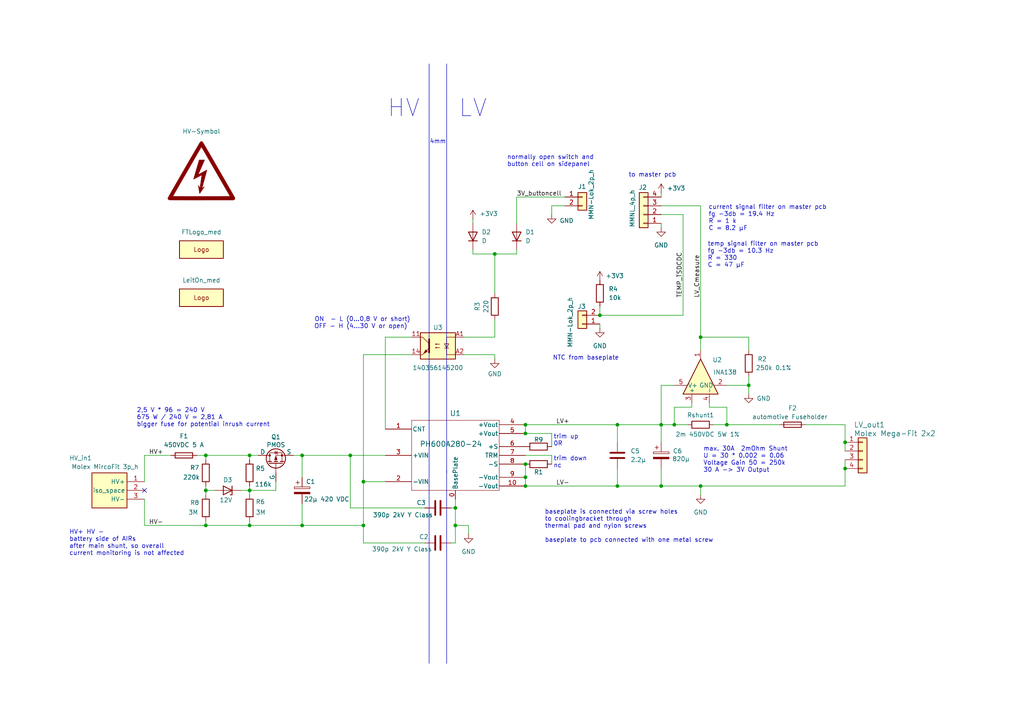
<source format=kicad_sch>
(kicad_sch (version 20231120) (generator "eeschema") (generator_version "8.0")
  (paper "A4")
  (title_block (title "TS-DCDC") (date "2024-12-12") (rev "0.5"))
  (lib_symbols
    (symbol "2024-11-18_21-41-11:PH600A280-24" (pin_names (offset 0.254))
      (property "Reference" "U1" (at 20.32 7.112 0))
      (property "Value" "PH600A280-24" (at 19.05 -1.778 0))
      (symbol "PH600A280-24_0_1"
        (polyline (pts (xy 7.62 -15.24) (xy 33.02 -15.24)) (stroke (width 0.127)))
        (polyline (pts (xy 7.62 5.08) (xy 7.62 -15.24)) (stroke (width 0.127)))
        (polyline (pts (xy 33.02 -15.24) (xy 33.02 5.08)) (stroke (width 0.127)))
        (polyline (pts (xy 33.02 5.08) (xy 7.62 5.08)) (stroke (width 0.127)))
      )
      (symbol "PH600A280-24_1_1"
        (pin passive line (at 20.32 -17.78 90) (length 2.54) (name "BasePlate") (number "0"))
        (pin input line (at 0 2.54 0) (length 7.62) (name "CNT") (number "1"))
        (pin power_out line (at 40.64 -13.97 180) (length 7.62) (name "-Vout") (number "10"))
        (pin power_in line (at 0 -12.7 0) (length 7.62) (name "-VIN") (number "2"))
        (pin power_in line (at 0 -5.08 0) (length 7.62) (name "+VIN") (number "3"))
        (pin power_out line (at 40.64 3.81 180) (length 7.62) (name "+Vout") (number "4"))
        (pin power_out line (at 40.64 1.27 180) (length 7.62) (name "+Vout") (number "5"))
        (pin input line (at 40.64 -2.54 180) (length 7.62) (name "+S") (number "6"))
        (pin input line (at 40.64 -5.08 180) (length 7.62) (name "TRM") (number "7"))
        (pin input line (at 40.64 -7.62 180) (length 7.62) (name "-S") (number "8"))
        (pin power_out line (at 40.64 -11.43 180) (length 7.62) (name "-Vout") (number "9"))
      )
    )
    (symbol "43650-0317:43650-0317"
      (property "Reference" "HV_in1" (at 10.16 -12.7 0))
      (property "Value" "43650-0317" (at 10.16 -10.16 0))
      (symbol "43650-0317_1_1"
        (rectangle (start 5.08 2.54) (end 15.24 -7.62) (stroke (width 0.254)) (fill (type background)))
        (pin power_out line (at 0 -5.08 0) (length 5.08) (name "HV+") (number "1"))
        (pin passive line (at 0 -2.54 0) (length 5.08) (name "iso_space") (number "2"))
        (pin power_out line (at 0 0 0) (length 5.08) (name "HV-") (number "3"))
      )
    )
    (symbol "Amplifier_Current:INA138" (pin_names (offset 0.127))
      (property "Reference" "U" (at 3.81 5.08 0))
      (property "Value" "INA138" (at 3.81 2.54 0))
      (symbol "INA138_0_1"
        (polyline (pts (xy -5.08 5.08) (xy 5.08 0) (xy -5.08 -5.08) (xy -5.08 5.08)) (stroke (width 0.254)) (fill (type background)))
      )
      (symbol "INA138_1_1"
        (pin output line (at 7.62 0 180) (length 2.54) (name "~") (number "1"))
        (pin power_in line (at -2.54 -7.62 90) (length 3.81) (name "GND") (number "2"))
        (pin input line (at -7.62 2.54 0) (length 2.54) (name "+") (number "3"))
        (pin input line (at -7.62 -2.54 0) (length 2.54) (name "-") (number "4"))
        (pin power_in line (at -2.54 7.62 270) (length 3.81) (name "V+") (number "5"))
      )
    )
    (symbol "Connector_Generic:Conn_01x02" (pin_names (offset 1.016) hide)
      (property "Reference" "J" (at 0 2.54 0))
      (property "Value" "Conn_01x02" (at 0 -5.08 0))
      (symbol "Conn_01x02_1_1"
        (rectangle (start -1.27 -2.413) (end 0 -2.667) (stroke (width 0.1524)))
        (rectangle (start -1.27 0.127) (end 0 -0.127) (stroke (width 0.1524)))
        (rectangle (start -1.27 1.27) (end 1.27 -3.81) (stroke (width 0.254)) (fill (type background)))
        (pin passive line (at -5.08 0 0) (length 3.81) (name "Pin_1") (number "1"))
        (pin passive line (at -5.08 -2.54 0) (length 3.81) (name "Pin_2") (number "2"))
      )
    )
    (symbol "Connector_Generic:Conn_01x04" (pin_names (offset 1.016) hide)
      (property "Reference" "J" (at 0 5.08 0))
      (property "Value" "Conn_01x04" (at 0 -7.62 0))
      (symbol "Conn_01x04_1_1"
        (rectangle (start -1.27 -4.953) (end 0 -5.207) (stroke (width 0.1524)))
        (rectangle (start -1.27 -2.413) (end 0 -2.667) (stroke (width 0.1524)))
        (rectangle (start -1.27 0.127) (end 0 -0.127) (stroke (width 0.1524)))
        (rectangle (start -1.27 2.667) (end 0 2.413) (stroke (width 0.1524)))
        (rectangle (start -1.27 3.81) (end 1.27 -6.35) (stroke (width 0.254)) (fill (type background)))
        (pin passive line (at -5.08 2.54 0) (length 3.81) (name "Pin_1") (number "1"))
        (pin passive line (at -5.08 0 0) (length 3.81) (name "Pin_2") (number "2"))
        (pin passive line (at -5.08 -2.54 0) (length 3.81) (name "Pin_3") (number "3"))
        (pin passive line (at -5.08 -5.08 0) (length 3.81) (name "Pin_4") (number "4"))
      )
    )
    (symbol "Device:C" (pin_numbers hide) (pin_names (offset 0.254))
      (property "Reference" "C" (at 0.635 2.54 0))
      (property "Value" "C" (at 0.635 -2.54 0))
      (symbol "C_0_1"
        (polyline (pts (xy -2.032 -0.762) (xy 2.032 -0.762)) (stroke (width 0.508)))
        (polyline (pts (xy -2.032 0.762) (xy 2.032 0.762)) (stroke (width 0.508)))
      )
      (symbol "C_1_1"
        (pin passive line (at 0 3.81 270) (length 2.794) (name "~") (number "1"))
        (pin passive line (at 0 -3.81 90) (length 2.794) (name "~") (number "2"))
      )
    )
    (symbol "Device:C_Polarized" (pin_numbers hide) (pin_names (offset 0.254))
      (property "Reference" "C" (at 0.635 2.54 0))
      (property "Value" "C_Polarized" (at 0.635 -2.54 0))
      (symbol "C_Polarized_0_1"
        (rectangle (start -2.286 0.508) (end 2.286 1.016))
        (polyline (pts (xy -1.778 2.286) (xy -0.762 2.286)))
        (polyline (pts (xy -1.27 2.794) (xy -1.27 1.778)))
        (rectangle (start 2.286 -0.508) (end -2.286 -1.016) (fill (type outline)))
      )
      (symbol "C_Polarized_1_1"
        (pin passive line (at 0 3.81 270) (length 2.794) (name "~") (number "1"))
        (pin passive line (at 0 -3.81 90) (length 2.794) (name "~") (number "2"))
      )
    )
    (symbol "Device:D" (pin_numbers hide) (pin_names (offset 1.016) hide)
      (property "Reference" "D" (at 0 2.54 0))
      (property "Value" "D" (at 0 -2.54 0))
      (symbol "D_0_1"
        (polyline (pts (xy -1.27 1.27) (xy -1.27 -1.27)) (stroke (width 0.254)))
        (polyline (pts (xy 1.27 0) (xy -1.27 0)))
        (polyline (pts (xy 1.27 1.27) (xy 1.27 -1.27) (xy -1.27 0) (xy 1.27 1.27)) (stroke (width 0.254)))
      )
      (symbol "D_1_1"
        (pin passive line (at -3.81 0 0) (length 2.54) (name "K") (number "1"))
        (pin passive line (at 3.81 0 180) (length 2.54) (name "A") (number "2"))
      )
    )
    (symbol "Device:D_Zener" (pin_numbers hide) (pin_names (offset 1.016) hide)
      (property "Reference" "D" (at 0 2.54 0))
      (property "Value" "D_Zener" (at 0 -2.54 0))
      (symbol "D_Zener_0_1"
        (polyline (pts (xy 1.27 0) (xy -1.27 0)))
        (polyline (pts (xy -1.27 -1.27) (xy -1.27 1.27) (xy -0.762 1.27)) (stroke (width 0.254)))
        (polyline (pts (xy 1.27 -1.27) (xy 1.27 1.27) (xy -1.27 0) (xy 1.27 -1.27)) (stroke (width 0.254)))
      )
      (symbol "D_Zener_1_1"
        (pin passive line (at -3.81 0 0) (length 2.54) (name "K") (number "1"))
        (pin passive line (at 3.81 0 180) (length 2.54) (name "A") (number "2"))
      )
    )
    (symbol "Device:Fuse" (pin_numbers hide) (pin_names (offset 0))
      (property "Reference" "F" (at 2.032 0 90))
      (property "Value" "Fuse" (at -1.905 0 90))
      (symbol "Fuse_0_1"
        (rectangle (start -0.762 -2.54) (end 0.762 2.54) (stroke (width 0.254)))
        (polyline (pts (xy 0 2.54) (xy 0 -2.54)))
      )
      (symbol "Fuse_1_1"
        (pin passive line (at 0 3.81 270) (length 1.27) (name "~") (number "1"))
        (pin passive line (at 0 -3.81 90) (length 1.27) (name "~") (number "2"))
      )
    )
    (symbol "Device:R" (pin_numbers hide) (pin_names (offset 0))
      (property "Reference" "R" (at 2.032 0 90))
      (property "Value" "R" (at 0 0 90))
      (symbol "R_0_1"
        (rectangle (start -1.016 -2.54) (end 1.016 2.54) (stroke (width 0.254)))
      )
      (symbol "R_1_1"
        (pin passive line (at 0 3.81 270) (length 1.27) (name "~") (number "1"))
        (pin passive line (at 0 -3.81 90) (length 1.27) (name "~") (number "2"))
      )
    )
    (symbol "FaSTTUBe_logos:FTLogo_med"
      (property "Value" "FTLogo_med" (at 0 -3.81 0))
      (symbol "FTLogo_med_0_0"
        (text "Logo" (at 0 0 0) (effects (font (size 1.27 1.27))))
      )
      (symbol "FTLogo_med_0_1"
        (rectangle (start -6.35 2.54) (end 6.35 -2.54) (stroke (width 0.254)) (fill (type background)))
      )
    )
    (symbol "FaSTTUBe_logos:HV-Symbol" (pin_names (offset 1.016))
      (property "Value" "HV-Symbol" (at 0 -10.16 0))
      (symbol "HV-Symbol_0_0"
        (polyline (pts (xy -0.4892 -6.6071) (xy -0.4759 -6.591) (xy -0.4273 -6.5255) (xy -0.3518 -6.4196) (xy -0.2542 -6.2805) (xy -0.1394 -6.1154) (xy -0.0124 -5.9317) (xy 0.1219 -5.7364) (xy 0.2585 -5.5367) (xy 0.3925 -5.34) (xy 0.5191 -5.1533) (xy 0.6332 -4.984) (xy 0.73 -4.8391) (xy 0.8045 -4.726) (xy 0.8518 -4.6518) (xy 0.8669 -4.6238) (xy 0.8391 -4.6326) (xy 0.7671 -4.6703) (xy 0.6626 -4.7309) (xy 0.537 -4.8081) (xy 0.4195 -4.881) (xy 0.3146 -4.9437) (xy 0.2421 -4.9843) (xy 0.2131 -4.9963) (xy 0.2151 -4.9851) (xy 0.2315 -4.9189) (xy 0.2631 -4.7973) (xy 0.3086 -4.6249) (xy 0.3669 -4.4065) (xy 0.4366 -4.1466) (xy 0.5165 -3.8499) (xy 0.6054 -3.521) (xy 0.702 -3.1645) (xy 0.8051 -2.7851) (xy 0.9135 -2.3873) (xy 0.9755 -2.1599) (xy 1.0812 -1.7709) (xy 1.1809 -1.4024) (xy 1.2735 -1.059) (xy 1.3576 -0.7454) (xy 1.432 -0.4663) (xy 1.4955 -0.2264) (xy 1.5468 -0.0304) (xy 1.5847 0.1171) (xy 1.6079 0.2112) (xy 1.6151 0.2474) (xy 1.6 0.2451) (xy 1.5342 0.2168) (xy 1.4215 0.1619) (xy 1.2678 0.0834) (xy 1.0788 -0.0157) (xy 0.8602 -0.1324) (xy 0.6178 -0.2637) (xy 0.3573 -0.4066) (xy 0.1726 -0.5084) (xy -0.0763 -0.6449) (xy -0.3032 -0.7687) (xy -0.5023 -0.8766) (xy -0.6678 -0.9654) (xy -0.7938 -1.0321) (xy -0.8747 -1.0735) (xy -0.9046 -1.0865) (xy -0.8996 -1.0709) (xy -0.8714 -1.0014) (xy -0.8205 -0.8806) (xy -0.7488 -0.7135) (xy -0.6586 -0.5046) (xy -0.5517 -0.2589) (xy -0.4304 0.0188) (xy -0.2967 0.3239) (xy -0.1526 0.6514) (xy -0.0003 0.9967) (xy 0.1049 1.235) (xy 0.253 1.5703) (xy 0.3921 1.8852) (xy 0.52 2.175) (xy 0.6346 2.4347) (xy 0.7337 2.6594) (xy 0.8152 2.8442) (xy 0.8769 2.9843) (xy 0.9167 3.0747) (xy 0.9323 3.1106) (xy 0.9309 3.1196) (xy 0.9051 3.1304) (xy 0.8453 3.1382) (xy 0.7454 3.1431) (xy 0.599 3.1453) (xy 0.4001 3.1453) (xy 0.1424 3.1431) (xy -0.6646 3.1344) (xy -1.4846 0.343) (xy -1.6044 -0.0656) (xy -1.7195 -0.4592) (xy -1.8277 -0.8304) (xy -1.9277 -1.1747) (xy -2.0183 -1.4878) (xy -2.0981 -1.7651) (xy -2.166 -2.0023) (xy -2.2206 -2.195) (xy -2.2606 -2.3386) (xy -2.2848 -2.4288) (xy -2.2919 -2.4611) (xy -2.286 -2.4597) (xy -2.2336 -2.4367) (xy -2.1322 -2.388) (xy -1.988 -2.3167) (xy -1.807 -2.2259) (xy -1.5954 -2.1186) (xy -1.3593 -1.998) (xy -1.1049 -1.867) (xy -0.9986 -1.8122) (xy -0.7512 -1.6851) (xy -0.5248 -1.5695) (xy -0.3256 -1.4685) (xy -0.1595 -1.3851) (xy -0.0328 -1.3225) (xy 0.0485 -1.2837) (xy 0.0782 -1.2717) (xy 0.0786 -1.2748) (xy 0.0749 -1.3248) (xy 0.063 -1.4299) (xy 0.0441 -1.5831) (xy 0.0189 -1.7774) (xy -0.0114 -2.0057) (xy -0.0458 -2.261) (xy -0.0835 -2.5363) (xy -0.1233 -2.8245) (xy -0.1644 -3.1186) (xy -0.2057 -3.4116) (xy -0.2463 -3.6965) (xy -0.2851 -3.9662) (xy -0.3212 -4.2137) (xy -0.3535 -4.432) (xy -0.3812 -4.614) (xy -0.4032 -4.7527) (xy -0.4186 -4.8411) (xy -0.4263 -4.8721) (xy -0.4486 -4.8511) (xy -0.4999 -4.7857) (xy -0.5714 -4.6867) (xy -0.6549 -4.5646) (xy -0.7311 -4.4535) (xy -0.805 -4.3514) (xy -0.8599 -4.282) (xy -0.8876 -4.2561) (xy -0.9014 -4.2806) (xy -0.8968 -4.3443) (xy -0.8924 -4.369) (xy -0.8778 -4.4566) (xy -0.8553 -4.5949) (xy -0.8262 -4.7758) (xy -0.792 -4.9906) (xy -0.7538 -5.2313) (xy -0.7132 -5.4892) (xy -0.6874 -5.6524) (xy -0.6486 -5.8965) (xy -0.6132 -6.1162) (xy -0.5826 -6.3034) (xy -0.558 -6.4502) (xy -0.5409 -6.5487) (xy -0.5324 -6.5909) (xy -0.521 -6.6112) (xy -0.4892 -6.6071)) (stroke (width 0.01)) (fill (type outline)))
        (polyline (pts (xy -0.7512 -8.4995) (xy 0.0488 -8.4991) (xy 9.3708 -8.4937) (xy 9.4936 -8.4173) (xy 9.5205 -8.3994) (xy 9.6443 -8.2757) (xy 9.7185 -8.1228) (xy 9.7386 -7.9548) (xy 9.6999 -7.7862) (xy 9.6933 -7.7735) (xy 9.6567 -7.7077) (xy 9.5896 -7.5892) (xy 9.4933 -7.4203) (xy 9.3691 -7.2031) (xy 9.2184 -6.9399) (xy 9.0425 -6.6332) (xy 8.8426 -6.285) (xy 8.6201 -5.8977) (xy 8.3763 -5.4736) (xy 8.1124 -5.015) (xy 7.8299 -4.524) (xy 7.53 -4.0031) (xy 7.2139 -3.4544) (xy 6.8831 -2.8803) (xy 6.5389 -2.283) (xy 6.1825 -1.6649) (xy 5.8152 -1.028) (xy 5.4384 -0.3749) (xy 5.0534 0.2924) (xy 4.7596 0.8012) (xy 4.2896 1.615) (xy 3.843 2.3874) (xy 3.4206 3.1175) (xy 3.0228 3.8044) (xy 2.6502 4.447) (xy 2.3033 5.0445) (xy 1.9827 5.5959) (xy 1.6889 6.1003) (xy 1.4225 6.5568) (xy 1.184 6.9643) (xy 0.9739 7.3221) (xy 0.7929 7.6291) (xy 0.6414 7.8844) (xy 0.52 8.0871) (xy 0.4293 8.2362) (xy 0.3697 8.3308) (xy 0.3419 8.37) (xy 0.2962 8.4088) (xy 0.1437 8.4869) (xy -0.0205 8.5068) (xy -0.1836 8.4683) (xy -0.3328 8.3714) (xy -0.3337 8.3705) (xy -0.3625 8.329) (xy -0.4218 8.2342) (xy -0.5102 8.0888) (xy -0.626 7.8955) (xy -0.7675 7.657) (xy -0.9334 7.3761) (xy -1.1219 7.0555) (xy -1.3314 6.698) (xy -1.5605 6.3063) (xy -1.8075 5.8832) (xy -2.0709 5.4313) (xy -2.349 4.9534) (xy -2.6402 4.4523) (xy -2.9431 3.9307) (xy -3.256 3.3913) (xy -3.5774 2.8369) (xy -3.9055 2.2702) (xy -4.239 1.6939) (xy -4.5762 1.1108) (xy -4.9154 0.5236) (xy -5.2553 -0.0649) (xy -5.594 -0.6521) (xy -5.9301 -1.2351) (xy -6.2621 -1.8112) (xy -6.5882 -2.3777) (xy -6.9069 -2.9319) (xy -7.2167 -3.471) (xy -7.516 -3.9923) (xy -7.8032 -4.493) (xy -8.0766 -4.9704) (xy -8.3348 -5.4218) (xy -8.5761 -5.8444) (xy -8.799 -6.2355) (xy -9.0019 -6.5924) (xy -9.1832 -6.9122) (xy -9.3412 -7.1924) (xy -9.4624 -7.4082) (xy -8.2772 -7.4082) (xy -8.2597 -7.3762) (xy -8.2115 -7.291) (xy -8.1342 -7.1555) (xy -8.0294 -6.9726) (xy -7.8989 -6.7452) (xy -7.7442 -6.4761) (xy -7.5671 -6.1683) (xy -7.3692 -5.8245) (xy -7.1521 -5.4478) (xy -6.9176 -5.041) (xy -6.6673 -4.6069) (xy -6.4029 -4.1484) (xy -6.1259 -3.6685) (xy -5.8382 -3.1699) (xy -5.5414 -2.6556) (xy -5.237 -2.1285) (xy -4.9268 -1.5914) (xy -4.6125 -1.0472) (xy -4.2957 -0.4988) (xy -3.9781 0.0509) (xy -3.6613 0.599) (xy -3.347 1.1428) (xy -3.0369 1.6792) (xy -2.7327 2.2054) (xy -2.4359 2.7185) (xy -2.1483 3.2157) (xy -1.8715 3.6941) (xy -1.6072 4.1507) (xy -1.357 4.5828) (xy -1.1227 4.9874) (xy -0.9058 5.3616) (xy -0.7081 5.7026) (xy -0.5312 6.0075) (xy -0.3768 6.2734) (xy -0.2465 6.4974) (xy -0.142 6.6766) (xy -0.065 6.8083) (xy -0.0171 6.8894) (xy 0 6.9171) (xy 0.0002 6.917) (xy 0.0191 6.8867) (xy 0.0688 6.803) (xy 0.1474 6.669) (xy 0.2535 6.4875) (xy 0.3853 6.2614) (xy 0.5411 5.9935) (xy 0.7192 5.6868) (xy 0.9181 5.3441) (xy 1.1361 4.9683) (xy 1.3714 4.5623) (xy 1.6225 4.129) (xy 1.8876 3.6712) (xy 2.1651 3.1917) (xy 2.4534 2.6936) (xy 2.7507 2.1797) (xy 3.0554 1.6528) (xy 3.3659 1.1159) (xy 3.6804 0.5717) (xy 3.9974 0.0233) (xy 4.3151 -0.5266) (xy 4.632 -1.0751) (xy 4.9462 -1.6192) (xy 5.2562 -2.1561) (xy 5.5603 -2.6829) (xy 5.8568 -3.1968) (xy 6.1442 -3.6948) (xy 6.4206 -4.1741) (xy 6.6844 -4.6318) (xy 6.9341 -5.065) (xy 7.1679 -5.4708) (xy 7.3841 -5.8465) (xy 7.5811 -6.189) (xy 7.7572 -6.4955) (xy 7.9109 -6.7631) (xy 8.0403 -6.989) (xy 8.1438 -7.1703) (xy 8.2198 -7.304) (xy 8.2667 -7.3874) (xy 8.2827 -7.4175) (xy 8.2727 -7.4185) (xy 8.2056 -7.4203) (xy 8.0779 -7.422) (xy 7.8921 -7.4237) (xy 7.6511 -7.4253) (xy 7.3575 -7.4269) (xy 7.0141 -7.4284) (xy 6.6236 -7.4298) (xy 6.1887 -7.4311) (xy 5.7121 -7.4324) (xy 5.1966 -7.4335) (xy 4.6448 -7.4345) (xy 4.0596 -7.4354) (xy 3.4436 -7.4362) (xy 2.7996 -7.4369) (xy 2.1302 -7.4374) (xy 1.4382 -7.4378) (xy 0.7264 -7.438) (xy -0.0027 -7.4381) (xy -0.309 -7.4381) (xy -1.147 -7.4379) (xy -1.9474 -7.4374) (xy -2.7085 -7.4368) (xy -3.4285 -7.4359) (xy -4.1058 -7.4349) (xy -4.7386 -7.4336) (xy -5.3253 -7.4322) (xy -5.8641 -7.4305) (xy -6.3533 -7.4287) (xy -6.7913 -7.4267) (xy -7.1762 -7.4245) (xy -7.5064 -7.4222) (xy -7.7802 -7.4197) (xy -7.9959 -7.417) (xy -8.1518 -7.4142) (xy -8.2461 -7.4113) (xy -8.2772 -7.4082) (xy -9.4624 -7.4082) (xy -9.4746 -7.43) (xy -9.5816 -7.6225) (xy -9.6606 -7.7671) (xy -9.7102 -7.8609) (xy -9.7287 -7.9014) (xy -9.7289 -7.9026) (xy -9.7335 -8.0172) (xy -9.7143 -8.1285) (xy -9.6792 -8.2033) (xy -9.5907 -8.3193) (xy -9.4796 -8.4176) (xy -9.3676 -8.4762) (xy -9.3591 -8.4772) (xy -9.2932 -8.4796) (xy -9.1659 -8.4819) (xy -8.9795 -8.484) (xy -8.7364 -8.4861) (xy -8.4391 -8.488) (xy -8.09 -8.4898) (xy -7.6916 -8.4915) (xy -7.2463 -8.493) (xy -6.7565 -8.4944) (xy -6.2247 -8.4957) (xy -5.6534 -8.4968) (xy -5.045 -8.4977) (xy -4.4018 -8.4984) (xy -3.7264 -8.499) (xy -3.0212 -8.4994) (xy -2.2887 -8.4997) (xy -1.5312 -8.4997) (xy -0.7512 -8.4995)) (stroke (width 0.01)) (fill (type outline)))
      )
    )
    (symbol "FaSTTUBe_logos:LeitOn_med"
      (property "Value" "LeitOn_med" (at 0 -3.81 0))
      (symbol "LeitOn_med_0_0"
        (text "Logo" (at 0 0 0) (effects (font (size 1.27 1.27))))
      )
      (symbol "LeitOn_med_0_1"
        (rectangle (start -6.35 2.54) (end 6.35 -2.54) (stroke (width 0.254)) (fill (type background)))
      )
    )
    (symbol "Relay_SolidState:34.81-7048"
      (property "Reference" "U" (at -5.08 5.08 0))
      (property "Value" "34.81-7048" (at 0 5.08 0))
      (symbol "34.81-7048_0_1"
        (rectangle (start -5.08 3.81) (end 5.08 -3.81) (stroke (width 0.254)) (fill (type background)))
        (polyline (pts (xy -3.175 -0.635) (xy -1.905 -0.635)))
        (polyline (pts (xy 2.54 1.905) (xy 2.54 -1.905) (xy 2.54 -1.905)) (stroke (width 0.508)))
        (polyline (pts (xy -5.08 2.54) (xy -2.54 2.54) (xy -2.54 -2.54) (xy -5.08 -2.54)))
        (polyline (pts (xy -2.54 -0.635) (xy -3.175 0.635) (xy -1.905 0.635) (xy -2.54 -0.635)))
        (polyline (pts (xy -0.508 -0.508) (xy 0.762 -0.508) (xy 0.381 -0.635) (xy 0.381 -0.381) (xy 0.762 -0.508)))
        (polyline (pts (xy -0.508 0.508) (xy 0.762 0.508) (xy 0.381 0.381) (xy 0.381 0.635) (xy 0.762 0.508)))
        (polyline (pts (xy 3.048 -1.651) (xy 3.556 -1.143) (xy 4.064 -2.159) (xy 3.048 -1.651) (xy 3.048 -1.651)) (fill (type outline)))
        (polyline (pts (xy 5.08 2.54) (xy 4.445 2.54) (xy 2.54 0.635) (xy 2.54 -0.635) (xy 4.445 -2.54) (xy 5.08 -2.54)))
      )
      (symbol "34.81-7048_1_1"
        (pin passive line (at 7.62 2.54 180) (length 2.54) (name "~") (number "11"))
        (pin passive line (at 7.62 -2.54 180) (length 2.54) (name "~") (number "14"))
        (pin passive line (at -7.62 2.54 0) (length 2.54) (name "~") (number "A1"))
        (pin passive line (at -7.62 -2.54 0) (length 2.54) (name "~") (number "A2"))
      )
    )
    (symbol "Simulation_SPICE:PMOS" (pin_numbers hide) (pin_names (offset 0))
      (property "Reference" "Q" (at 5.08 1.27 0))
      (property "Value" "PMOS" (at 5.08 -1.27 0))
      (symbol "PMOS_0_1"
        (polyline (pts (xy 0.254 0) (xy -2.54 0)))
        (polyline (pts (xy 0.254 1.905) (xy 0.254 -1.905)) (stroke (width 0.254)))
        (polyline (pts (xy 0.762 -1.27) (xy 0.762 -2.286)) (stroke (width 0.254)))
        (polyline (pts (xy 0.762 0.508) (xy 0.762 -0.508)) (stroke (width 0.254)))
        (polyline (pts (xy 0.762 2.286) (xy 0.762 1.27)) (stroke (width 0.254)))
        (polyline (pts (xy 2.54 2.54) (xy 2.54 1.778)))
        (polyline (pts (xy 2.54 -2.54) (xy 2.54 0) (xy 0.762 0)))
        (polyline (pts (xy 0.762 1.778) (xy 3.302 1.778) (xy 3.302 -1.778) (xy 0.762 -1.778)))
        (polyline (pts (xy 2.286 0) (xy 1.27 0.381) (xy 1.27 -0.381) (xy 2.286 0)) (fill (type outline)))
        (polyline (pts (xy 2.794 -0.508) (xy 2.921 -0.381) (xy 3.683 -0.381) (xy 3.81 -0.254)))
        (polyline (pts (xy 3.302 -0.381) (xy 2.921 0.254) (xy 3.683 0.254) (xy 3.302 -0.381)))
        (circle (center 1.651 0) (radius 2.794) (stroke (width 0.254)))
        (circle (center 2.54 -1.778) (radius 0.254) (fill (type outline)))
        (circle (center 2.54 1.778) (radius 0.254) (fill (type outline)))
      )
      (symbol "PMOS_1_1"
        (pin passive line (at 2.54 5.08 270) (length 2.54) (name "D") (number "1"))
        (pin input line (at -5.08 0 0) (length 2.54) (name "G") (number "2"))
        (pin passive line (at 2.54 -5.08 90) (length 2.54) (name "S") (number "3"))
      )
    )
    (symbol "power:+3V3" (power) (pin_numbers hide) (pin_names (offset 0) hide)
      (property "Value" "+3V3" (at 0 3.556 0))
      (symbol "+3V3_0_1"
        (polyline (pts (xy -0.762 1.27) (xy 0 2.54)))
        (polyline (pts (xy 0 0) (xy 0 2.54)))
        (polyline (pts (xy 0 2.54) (xy 0.762 1.27)))
      )
      (symbol "+3V3_1_1"
        (pin power_in line (at 0 0 90) (length 0) (name "~") (number "1"))
      )
    )
    (symbol "power:GND" (power) (pin_numbers hide) (pin_names (offset 0) hide)
      (property "Value" "GND" (at 0 -3.81 0))
      (symbol "GND_0_1"
        (polyline (pts (xy 0 0) (xy 0 -1.27) (xy 1.27 -1.27) (xy 0 -2.54) (xy -1.27 -1.27) (xy 0 -1.27)))
      )
      (symbol "GND_1_1"
        (pin power_in line (at 0 0 270) (length 0) (name "~") (number "1"))
      )
    )
  )
  (junction (at 203.2 140.97))
  (junction (at 179.07 140.97))
  (junction (at 191.77 140.97))
  (junction (at 87.63 152.4))
  (junction (at 152.4 134.62))
  (junction (at 179.07 123.19))
  (junction (at 152.4 125.73))
  (junction (at 203.2 97.79))
  (junction (at 152.4 138.43))
  (junction (at 105.41 152.4))
  (junction (at 173.99 91.44))
  (junction (at 152.4 123.19))
  (junction (at 72.39 142.24))
  (junction (at 132.08 152.4))
  (junction (at 152.4 140.97))
  (junction (at 72.39 132.08))
  (junction (at 195.58 123.19))
  (junction (at 191.77 123.19))
  (junction (at 59.69 132.08))
  (junction (at 245.11 135.89))
  (junction (at 72.39 152.4))
  (junction (at 143.51 73.66))
  (junction (at 59.69 152.4))
  (junction (at 210.82 123.19))
  (junction (at 245.11 128.27))
  (junction (at 59.69 142.24))
  (junction (at 132.08 147.32))
  (junction (at 101.6 132.08))
  (junction (at 105.41 139.7))
  (junction (at 217.17 111.76))
  (junction (at 87.63 132.08))
  (no_connect (at 41.91 142.24))
  (wire (pts (xy 203.2 140.97) (xy 203.2 143.51)))
  (wire (pts (xy 132.08 152.4) (xy 132.08 157.48)))
  (wire (pts (xy 160.02 125.73) (xy 152.4 125.73)))
  (wire (pts (xy 105.41 102.87) (xy 119.38 102.87)))
  (wire (pts (xy 149.86 57.15) (xy 149.86 64.77)))
  (wire (pts (xy 203.2 59.69) (xy 191.77 59.69)))
  (wire (pts (xy 111.76 97.79) (xy 111.76 124.46)))
  (wire (pts (xy 69.85 142.24) (xy 72.39 142.24)))
  (wire (pts (xy 160.02 59.69) (xy 160.02 62.23)))
  (wire (pts (xy 191.77 123.19) (xy 195.58 123.19)))
  (wire (pts (xy 135.89 152.4) (xy 132.08 152.4)))
  (wire (pts (xy 72.39 132.08) (xy 74.93 132.08)))
  (wire (pts (xy 191.77 111.76) (xy 195.58 111.76)))
  (wire (pts (xy 72.39 133.35) (xy 72.39 132.08)))
  (wire (pts (xy 137.16 73.66) (xy 137.16 72.39)))
  (wire (pts (xy 149.86 57.15) (xy 163.83 57.15)))
  (wire (pts (xy 132.08 157.48) (xy 130.81 157.48)))
  (wire (pts (xy 134.62 97.79) (xy 143.51 97.79)))
  (wire (pts (xy 105.41 139.7) (xy 105.41 152.4)))
  (wire (pts (xy 59.69 132.08) (xy 72.39 132.08)))
  (wire (pts (xy 57.15 132.08) (xy 59.69 132.08)))
  (wire (pts (xy 195.58 123.19) (xy 199.39 123.19)))
  (wire (pts (xy 191.77 111.76) (xy 191.77 123.19)))
  (wire (pts (xy 200.66 116.84) (xy 200.66 118.11)))
  (wire (pts (xy 200.66 118.11) (xy 195.58 118.11)))
  (wire (pts (xy 137.16 63.5) (xy 137.16 64.77)))
  (wire (pts (xy 233.68 123.19) (xy 245.11 123.19)))
  (wire (pts (xy 217.17 111.76) (xy 217.17 114.3)))
  (polyline (pts (xy 124.46 18.542) (xy 124.46 192.405)))
  (wire (pts (xy 80.01 139.7) (xy 80.01 142.24)))
  (wire (pts (xy 160.02 132.08) (xy 160.02 134.62)))
  (wire (pts (xy 191.77 66.04) (xy 191.77 64.77)))
  (wire (pts (xy 152.4 138.43) (xy 152.4 134.62)))
  (wire (pts (xy 111.76 97.79) (xy 119.38 97.79)))
  (wire (pts (xy 132.08 147.32) (xy 132.08 152.4)))
  (wire (pts (xy 203.2 59.69) (xy 203.2 97.79)))
  (wire (pts (xy 173.99 88.9) (xy 173.99 91.44)))
  (wire (pts (xy 210.82 118.11) (xy 210.82 123.19)))
  (wire (pts (xy 245.11 128.27) (xy 245.11 130.81)))
  (wire (pts (xy 173.99 91.44) (xy 198.12 91.44)))
  (wire (pts (xy 85.09 132.08) (xy 87.63 132.08)))
  (wire (pts (xy 105.41 139.7) (xy 111.76 139.7)))
  (wire (pts (xy 105.41 152.4) (xy 105.41 157.48)))
  (wire (pts (xy 179.07 140.97) (xy 191.77 140.97)))
  (wire (pts (xy 203.2 140.97) (xy 245.11 140.97)))
  (wire (pts (xy 72.39 142.24) (xy 72.39 143.51)))
  (wire (pts (xy 72.39 152.4) (xy 87.63 152.4)))
  (wire (pts (xy 143.51 73.66) (xy 149.86 73.66)))
  (wire (pts (xy 179.07 123.19) (xy 179.07 128.27)))
  (wire (pts (xy 210.82 111.76) (xy 217.17 111.76)))
  (wire (pts (xy 179.07 135.89) (xy 179.07 140.97)))
  (wire (pts (xy 191.77 135.89) (xy 191.77 140.97)))
  (wire (pts (xy 210.82 118.11) (xy 205.74 118.11)))
  (wire (pts (xy 134.62 102.87) (xy 143.51 102.87)))
  (wire (pts (xy 62.23 142.24) (xy 59.69 142.24)))
  (wire (pts (xy 87.63 152.4) (xy 105.41 152.4)))
  (wire (pts (xy 87.63 132.08) (xy 101.6 132.08)))
  (wire (pts (xy 132.08 144.78) (xy 132.08 147.32)))
  (wire (pts (xy 72.39 151.13) (xy 72.39 152.4)))
  (polyline (pts (xy 129.54 136.525) (xy 129.54 192.405)))
  (wire (pts (xy 152.4 123.19) (xy 152.4 125.73)))
  (wire (pts (xy 87.63 132.08) (xy 87.63 138.43)))
  (wire (pts (xy 191.77 57.15) (xy 191.77 55.88)))
  (wire (pts (xy 152.4 140.97) (xy 179.07 140.97)))
  (wire (pts (xy 195.58 118.11) (xy 195.58 123.19)))
  (wire (pts (xy 101.6 132.08) (xy 111.76 132.08)))
  (wire (pts (xy 105.41 102.87) (xy 105.41 139.7)))
  (wire (pts (xy 143.51 73.66) (xy 143.51 85.09)))
  (wire (pts (xy 163.83 59.69) (xy 160.02 59.69)))
  (wire (pts (xy 152.4 132.08) (xy 160.02 132.08)))
  (wire (pts (xy 80.01 142.24) (xy 72.39 142.24)))
  (wire (pts (xy 191.77 140.97) (xy 203.2 140.97)))
  (wire (pts (xy 207.01 123.19) (xy 210.82 123.19)))
  (polyline (pts (xy 129.54 18.542) (xy 129.54 137.16)))
  (wire (pts (xy 123.19 147.32) (xy 101.6 147.32)))
  (wire (pts (xy 152.4 140.97) (xy 152.4 138.43)))
  (wire (pts (xy 137.16 73.66) (xy 143.51 73.66)))
  (wire (pts (xy 245.11 133.35) (xy 245.11 135.89)))
  (wire (pts (xy 41.91 152.4) (xy 59.69 152.4)))
  (wire (pts (xy 173.99 93.98) (xy 173.99 95.25)))
  (wire (pts (xy 205.74 118.11) (xy 205.74 116.84)))
  (wire (pts (xy 59.69 142.24) (xy 59.69 143.51)))
  (wire (pts (xy 245.11 135.89) (xy 245.11 140.97)))
  (wire (pts (xy 203.2 97.79) (xy 203.2 101.6)))
  (wire (pts (xy 179.07 123.19) (xy 191.77 123.19)))
  (wire (pts (xy 41.91 144.78) (xy 41.91 152.4)))
  (wire (pts (xy 143.51 97.79) (xy 143.51 92.71)))
  (wire (pts (xy 132.08 147.32) (xy 130.81 147.32)))
  (wire (pts (xy 149.86 73.66) (xy 149.86 72.39)))
  (wire (pts (xy 135.89 154.94) (xy 135.89 152.4)))
  (wire (pts (xy 101.6 147.32) (xy 101.6 132.08)))
  (wire (pts (xy 59.69 152.4) (xy 72.39 152.4)))
  (wire (pts (xy 105.41 157.48) (xy 123.19 157.48)))
  (wire (pts (xy 217.17 97.79) (xy 217.17 101.6)))
  (wire (pts (xy 210.82 123.19) (xy 226.06 123.19)))
  (wire (pts (xy 41.91 132.08) (xy 49.53 132.08)))
  (wire (pts (xy 203.2 97.79) (xy 217.17 97.79)))
  (wire (pts (xy 41.91 132.08) (xy 41.91 139.7)))
  (wire (pts (xy 245.11 123.19) (xy 245.11 128.27)))
  (wire (pts (xy 59.69 151.13) (xy 59.69 152.4)))
  (wire (pts (xy 217.17 109.22) (xy 217.17 111.76)))
  (wire (pts (xy 198.12 62.23) (xy 198.12 91.44)))
  (wire (pts (xy 198.12 62.23) (xy 191.77 62.23)))
  (wire (pts (xy 87.63 152.4) (xy 87.63 146.05)))
  (wire (pts (xy 143.51 102.87) (xy 143.51 104.14)))
  (wire (pts (xy 152.4 123.19) (xy 179.07 123.19)))
  (wire (pts (xy 160.02 129.54) (xy 160.02 125.73)))
  (wire (pts (xy 59.69 140.97) (xy 59.69 142.24)))
  (wire (pts (xy 72.39 142.24) (xy 72.39 140.97)))
  (wire (pts (xy 59.69 132.08) (xy 59.69 133.35)))
  (wire (pts (xy 191.77 123.19) (xy 191.77 128.27)))
  (text "trim down\nnc" (at 160.528 134.112 0) (effects (font (size 1.27 1.27)) (justify left)))
  (text " ON  - L (0...0,8 V or short)\nOFF - H (4...30 V or open)" (at 104.648 93.726 0) (effects (font (size 1.27 1.27))))
  (text "max. 30A  2mOhm Shunt \nU = 30 * 0.002 = 0.06\nVoltage Gain 50 = 250k\n30 A -> 3V Output\n" (at 203.962 133.35 0) (effects (font (size 1.27 1.27)) (justify left)))
  (text "trim up\n0R" (at 160.528 127.762 0) (effects (font (size 1.27 1.27)) (justify left)))
  (text "2,5 V * 96 = 240 V\n675 W / 240 V = 2,81 A\nbigger fuse for potential inrush current\n\n" (at 39.624 122.174 0) (effects (font (size 1.27 1.27)) (justify left)))
  (text "current signal filter on master pcb\nfg -3db = 19.4 Hz\nR = 1 k\nC = 8.2 µF\n" (at 205.486 63.246 0) (effects (font (size 1.27 1.27)) (justify left)))
  (text "LV" (at 137.16 31.496 0) (effects (font (size 5 5))))
  (text "4mm" (at 127 41.148 0) (effects (font (size 1.27 1.27))))
  (text "normally open switch and\nbutton cell on sidepanel\n " (at 147.066 44.958 0) (effects (font (size 1.27 1.27)) (justify left top)))
  (text "NTC from baseplate" (at 169.926 103.886 0) (effects (font (size 1.27 1.27))))
  (text "HV" (at 117.094 31.496 0) (effects (font (size 5 5))))
  (text "HV+ HV -\nbattery side of AIRs\nafter main shunt, so overall \ncurrent monitoring is not affected" (at 20.066 157.48 0) (effects (font (size 1.27 1.27)) (justify left)))
  (text "to master pcb" (at 189.23 50.8 0) (effects (font (size 1.27 1.27))))
  (text "baseplate is connected via screw holes\nto coolingbracket through\nthermal pad and nylon screws\n\nbaseplate to pcb connected with one metal screw" (at 157.988 152.654 0) (effects (font (size 1.27 1.27)) (justify left)))
  (text "temp signal filter on master pcb\nfg -3db = 10.3 Hz\nR = 330\nC = 47 µF" (at 205.232 73.914 0) (effects (font (size 1.27 1.27)) (justify left)))
  (label "LV+" (at 161.29 123.19 0))
  (label "LV-" (at 161.29 140.97 0))
  (label "TEMP_TSDCDC" (at 198.12 86.36 90))
  (label "LV_Cmeasure" (at 203.2 86.36 90))
  (label "3V_buttoncell" (at 149.86 57.15 0))
  (label "HV+" (at 43.18 132.08 0))
  (label "HV-" (at 43.18 152.4 0))
  (symbol (lib_id "Connector_Generic:Conn_01x04") (at 186.69 62.23 180) (unit 1)
    (property "Reference" "J2" (at 186.436 54.356 0))
    (property "Value" "MMNL_4p_h" (at 183.388 60.452 90))
    (property "Footprint" "FaSTTUBe_connectors:Micro_Mate-N-Lok_4p_horizontal" (effects (hide yes)))
    (property "Description" "Generic connector, single row, 01x04, script generated (kicad-library-utils/schlib/autogen/connector/)" (effects (hide yes)))
  )
  (symbol (lib_id "power:GND") (at 203.2 143.51 0) (unit 1)
    (property "Reference" "#PWR01" (effects (hide yes)))
    (property "Value" "GND" (at 203.2 148.59 0))
    (property "Description" "Power symbol creates a global label with name \"GND\" , ground" (effects (hide yes)))
  )
  (symbol (lib_id "power:+3V3") (at 191.77 55.88 0) (mirror y) (unit 1)
    (property "Reference" "#PWR05" (effects (hide yes)))
    (property "Value" "+3V3" (at 196.088 54.61 0))
    (property "Description" "Power symbol creates a global label with name \"+3V3\"" (effects (hide yes)))
  )
  (symbol (lib_id "Device:C_Polarized") (at 87.63 142.24 0) (unit 1)
    (property "Reference" "C1" (at 91.44 139.7 0) (effects (justify right)))
    (property "Value" "22µ 420 VDC" (at 101.346 144.78 0) (effects (justify right)))
    (property "Footprint" "footprints:CAPPRD500W60D1275H2200" (effects (hide yes)))
    (property "Datasheet" "https://www.mouser.de/datasheet/2/293/e_ucy-3082387.pdf" (effects (hide yes)))
    (property "Description" "Polarized capacitor" (effects (hide yes)))
  )
  (symbol (lib_id "Device:C") (at 127 157.48 90) (unit 1)
    (property "Reference" "C2" (at 122.936 155.702 90))
    (property "Value" "390p 2kV Y Class" (at 116.586 159.258 90))
    (property "Footprint" "Capacitor_SMD:C_1206_3216Metric_Pad1.33x1.80mm_HandSolder" (effects (hide yes)))
    (property "Datasheet" "https://www.mouser.de/datasheet/2/447/KEM_C1009_C0G_HV_SMD-3316207.pdf" (effects (hide yes)))
    (property "Description" "Unpolarized capacitor" (effects (hide yes)))
  )
  (symbol (lib_id "2024-11-18_21-41-11:PH600A280-24") (at 111.76 127 0) (unit 1)
    (property "Reference" "U1" (at 132.08 119.888 0) (effects (font (size 1.524 1.524))))
    (property "Value" "PH600A280-24" (at 130.81 128.778 0) (effects (font (size 1.524 1.524))))
    (property "Footprint" "footprints:PH300A_thru_PH600A_TDK" (effects (hide yes)))
    (property "Datasheet" "PH600A280-24" (effects (hide yes)))
  )
  (symbol (lib_id "Device:R") (at 156.21 134.62 90) (unit 1)
    (property "Reference" "R1" (at 156.21 136.906 90))
    (property "Value" "R" (effects (hide yes)))
    (property "Description" "Resistor" (effects (hide yes)))
  )
  (symbol (lib_id "Device:D_Zener") (at 66.04 142.24 180) (unit 1)
    (property "Reference" "D3" (at 66.04 139.192 0))
    (property "Value" "12V" (at 65.532 145.034 0))
    (property "Description" "Zener diode" (effects (hide yes)))
  )
  (symbol (lib_id "power:+3V3") (at 173.99 81.28 0) (mirror y) (unit 1)
    (property "Reference" "#PWR08" (effects (hide yes)))
    (property "Value" "+3V3" (at 178.308 80.01 0))
    (property "Description" "Power symbol creates a global label with name \"+3V3\"" (effects (hide yes)))
  )
  (symbol (lib_id "Device:R") (at 59.69 137.16 0) (unit 1)
    (property "Reference" "R7" (at 55.118 135.636 0) (effects (justify left)))
    (property "Value" "220k" (at 53.086 138.43 0) (effects (justify left)))
    (property "Description" "Resistor" (effects (hide yes)))
  )
  (symbol (lib_id "FaSTTUBe_logos:HV-Symbol") (at 58.42 49.53 0) (unit 1)
    (property "Reference" "#Logo2" (effects (hide yes)))
    (property "Value" "HV-Symbol" (at 58.4225 38.1 0))
    (property "Footprint" "FaSTTUBe_logos:HV-Warning" (effects (hide yes)))
  )
  (symbol (lib_id "Device:D") (at 149.86 68.58 90) (unit 1)
    (property "Reference" "D1" (at 152.4 67.3099 90) (effects (justify right)))
    (property "Value" "D" (at 152.4 69.8499 90) (effects (justify right)))
    (property "Footprint" "Diode_SMD:D_0603_1608Metric_Pad1.05x0.95mm_HandSolder" (effects (hide yes)))
    (property "Description" "Diode" (effects (hide yes)))
    (property "Sim.Device" "D" (effects (hide yes)))
    (property "Sim.Pins" "1=K 2=A" (effects (hide yes)))
  )
  (symbol (lib_id "Device:R") (at 59.69 147.32 0) (unit 1)
    (property "Reference" "R8" (at 55.118 145.796 0) (effects (justify left)))
    (property "Value" "3M" (at 54.61 148.59 0) (effects (justify left)))
    (property "Description" "Resistor" (effects (hide yes)))
  )
  (symbol (lib_id "power:GND") (at 217.17 114.3 0) (unit 1)
    (property "Reference" "#PWR02" (effects (hide yes)))
    (property "Value" "GND" (at 221.488 115.57 0))
    (property "Description" "Power symbol creates a global label with name \"GND\" , ground" (effects (hide yes)))
  )
  (symbol (lib_id "FaSTTUBe_logos:LeitOn_med") (at 58.42 86.36 0) (unit 1)
    (property "Reference" "#Logo3" (effects (hide yes)))
    (property "Value" "LeitOn_med" (at 58.42 81.28 0))
    (property "Footprint" "FaSTTUBe_logos:LeitOn_medium" (effects (hide yes)))
  )
  (symbol (lib_id "Device:R") (at 72.39 147.32 0) (unit 1)
    (property "Reference" "R6" (at 74.168 145.542 0) (effects (justify left)))
    (property "Value" "3M" (at 74.168 148.59 0) (effects (justify left)))
    (property "Description" "Resistor" (effects (hide yes)))
  )
  (symbol (lib_id "Device:Fuse") (at 53.34 132.08 90) (unit 1)
    (property "Reference" "F1" (at 53.34 126.492 90))
    (property "Value" "450VDC 5 A" (at 53.34 129.032 90))
    (property "Footprint" "footprints:0ACG5000TE" (effects (hide yes)))
    (property "Datasheet" "https://www.mouser.de/datasheet/2/643/ds_CP_0ACG_series-2000946.pdf" (effects (hide yes)))
    (property "Description" "Fuse" (effects (hide yes)))
  )
  (symbol (lib_id "power:GND") (at 135.89 154.94 0) (unit 1)
    (property "Reference" "#PWR010" (effects (hide yes)))
    (property "Value" "GND" (at 135.89 160.02 0))
    (property "Description" "Power symbol creates a global label with name \"GND\" , ground" (effects (hide yes)))
  )
  (symbol (lib_id "Relay_SolidState:34.81-7048") (at 127 100.33 0) (mirror y) (unit 1)
    (property "Reference" "U3" (at 127 94.996 0))
    (property "Value" "140356145200" (at 127 106.68 0))
    (property "Footprint" "footprints:SOP254P700X210-4N" (effects (hide yes)))
    (property "Datasheet" "https://www.we-online.com/components/products/datasheet/140356145200.pdf" (effects (hide yes)))
    (property "Description" "Ultra-Slim Solid-State Relay, 0.1A, 48V DC output switching" (effects (hide yes)))
  )
  (symbol (lib_id "Device:C_Polarized") (at 191.77 132.08 0) (unit 1)
    (property "Reference" "C6" (at 197.866 130.81 0) (effects (justify right)))
    (property "Value" "820µ" (at 200.152 133.096 0) (effects (justify right)))
    (property "Footprint" "Capacitor_THT:CP_Radial_D16.0mm_P7.50mm" (effects (hide yes)))
    (property "Datasheet" "https://www.mouser.de/datasheet/2/420/7964717934d9b174c3ba48-1210810.pdf" (effects (hide yes)))
    (property "Description" "Polarized capacitor" (effects (hide yes)))
  )
  (symbol (lib_id "Connector_Generic:Conn_01x04") (at 250.19 130.81 0) (unit 1)
    (property "Reference" "LV_out1" (at 247.65 123.19 0) (effects (font (size 1.524 1.524)) (justify left)))
    (property "Value" "Molex Mega-Fit 2x2" (at 247.65 125.73 0) (effects (font (size 1.524 1.524)) (justify left)))
    (property "Footprint" "footprints:CONN_SD-76825-0100_04_MOL" (effects (hide yes)))
    (property "Description" "Generic connector, single row, 01x04, script generated (kicad-library-utils/schlib/autogen/connector/)" (effects (hide yes)))
  )
  (symbol (lib_id "power:+3V3") (at 137.16 63.5 0) (unit 1)
    (property "Reference" "#PWR09" (effects (hide yes)))
    (property "Value" "+3V3" (at 141.732 61.976 0))
    (property "Description" "Power symbol creates a global label with name \"+3V3\"" (effects (hide yes)))
  )
  (symbol (lib_id "power:GND") (at 173.99 95.25 0) (unit 1)
    (property "Reference" "#PWR06" (effects (hide yes)))
    (property "Value" "GND" (at 173.99 100.33 0))
    (property "Description" "Power symbol creates a global label with name \"GND\" , ground" (effects (hide yes)))
  )
  (symbol (lib_id "Device:R") (at 173.99 85.09 0) (unit 1)
    (property "Reference" "R4" (at 176.53 83.8199 0) (effects (justify left)))
    (property "Value" "10k" (at 176.53 86.3599 0) (effects (justify left)))
    (property "Description" "Resistor" (effects (hide yes)))
  )
  (symbol (lib_id "Device:Fuse") (at 229.87 123.19 90) (unit 1)
    (property "Reference" "F2" (at 229.87 118.364 90))
    (property "Value" "automotive Fuseholder" (at 229.108 120.904 90))
    (property "Footprint" "footprints:355715" (effects (hide yes)))
    (property "Description" "Fuse" (effects (hide yes)))
  )
  (symbol (lib_id "Device:R") (at 203.2 123.19 90) (unit 1)
    (property "Reference" "Rshunt1" (at 203.2 120.396 90))
    (property "Value" "2m 450VDC 5W 1%" (at 205.232 125.984 90))
    (property "Footprint" "Resistor_SMD:R_2512_6332Metric" (effects (hide yes)))
    (property "Datasheet" "https://www.mouser.de/datasheet/2/54/css2h_2512-1862180.pdf" (effects (hide yes)))
    (property "Description" "Resistor" (effects (hide yes)))
  )
  (symbol (lib_id "Device:C") (at 127 147.32 270) (unit 1)
    (property "Reference" "C3" (at 122.174 145.796 90))
    (property "Value" "390p 2kV Y Class" (at 116.84 149.352 90))
    (property "Footprint" "Capacitor_SMD:C_1206_3216Metric_Pad1.33x1.80mm_HandSolder" (effects (hide yes)))
    (property "Datasheet" "https://www.mouser.de/datasheet/2/447/KEM_C1009_C0G_HV_SMD-3316207.pdf" (effects (hide yes)))
    (property "Description" "Unpolarized capacitor" (effects (hide yes)))
  )
  (symbol (lib_id "Device:R") (at 72.39 137.16 0) (unit 1)
    (property "Reference" "R5" (at 74.168 135.89 0) (effects (justify left)))
    (property "Value" "116k" (at 73.914 140.462 0) (effects (justify left)))
    (property "Footprint" "Resistor_SMD:R_0603_1608Metric_Pad0.98x0.95mm_HandSolder" (effects (hide yes)))
    (property "Description" "Resistor" (effects (hide yes)))
  )
  (symbol (lib_id "Device:R") (at 217.17 105.41 0) (unit 1)
    (property "Reference" "R2" (at 219.71 104.1399 0) (effects (justify left)))
    (property "Value" "250k 0.1%" (at 219.202 106.68 0) (effects (justify left)))
    (property "Footprint" "Resistor_SMD:R_0805_2012Metric" (effects (hide yes)))
    (property "Datasheet" "https://www.mouser.de/datasheet/2/385/SEI_RNCF-3077647.pdf" (effects (hide yes)))
    (property "Description" "Resistor" (effects (hide yes)))
  )
  (symbol (lib_id "FaSTTUBe_logos:FTLogo_med") (at 58.42 72.39 0) (unit 1)
    (property "Reference" "#Logo1" (effects (hide yes)))
    (property "Value" "FTLogo_med" (at 58.42 67.31 0))
    (property "Footprint" "FaSTTUBe_logos:FTLogo_medium" (effects (hide yes)))
  )
  (symbol (lib_id "Connector_Generic:Conn_01x02") (at 168.91 93.98 180) (unit 1)
    (property "Reference" "J3" (at 169.926 88.9 0) (effects (justify left)))
    (property "Value" "MMN-Lok_2p_h" (at 165.354 86.106 90) (effects (justify left)))
    (property "Footprint" "FaSTTUBe_connectors:Micro_Mate-N-Lok_2p_horizontal" (effects (hide yes)))
    (property "Description" "Generic connector, single row, 01x02, script generated (kicad-library-utils/schlib/autogen/connector/)" (effects (hide yes)))
  )
  (symbol (lib_id "Device:R") (at 143.51 88.9 0) (unit 1)
    (property "Reference" "R3" (at 138.43 88.9 90))
    (property "Value" "220" (at 140.97 88.9 90))
    (property "Footprint" "Resistor_SMD:R_0603_1608Metric" (effects (hide yes)))
    (property "Description" "Resistor" (effects (hide yes)))
  )
  (symbol (lib_id "power:GND") (at 143.51 104.14 0) (unit 1)
    (property "Reference" "#PWR07" (effects (hide yes)))
    (property "Value" "GND" (at 143.51 108.458 0))
    (property "Description" "Power symbol creates a global label with name \"GND\" , ground" (effects (hide yes)))
  )
  (symbol (lib_id "Device:D") (at 137.16 68.58 90) (unit 1)
    (property "Reference" "D2" (at 139.7 67.3099 90) (effects (justify right)))
    (property "Value" "D" (at 139.7 69.8499 90) (effects (justify right)))
    (property "Footprint" "Diode_SMD:D_0603_1608Metric_Pad1.05x0.95mm_HandSolder" (effects (hide yes)))
    (property "Description" "Diode" (effects (hide yes)))
    (property "Sim.Device" "D" (effects (hide yes)))
    (property "Sim.Pins" "1=K 2=A" (effects (hide yes)))
  )
  (symbol (lib_id "43650-0317:43650-0317") (at 41.91 144.78 180) (unit 1)
    (property "Reference" "HV_in1" (at 23.368 132.842 0))
    (property "Value" "Molex MircoFit 3p_h" (at 30.48 135.382 0))
    (property "Footprint" "Connector_Molex:Molex_Micro-Fit_3.0_43650-0310_1x03-1MP_P3.00mm_Horizontal_PnP" (effects (hide yes)))
    (property "Datasheet" "https://www.molex.com/en-us/products/part-detail/436500310?display=pdf" (effects (hide yes)))
    (property "Description" "Micro-Fit 3.0 Vertical Header, 3.00mm Pitch, Single Row, 3 Circuits, with PCB Polarizing Peg, Glow-Wire Capable, Black" (effects (hide yes)))
    (property "Height" "9.9" (effects (hide yes)))
    (property "Mouser Part Number" "538-43650-0317" (effects (hide yes)))
    (property "Mouser Price/Stock" "https://www.mouser.co.uk/ProductDetail/Molex/43650-0317?qs=Nb99Pa9xYq%2Fi%252B%2FVbiejqUg%3D%3D" (effects (hide yes)))
    (property "Manufacturer_Name" "Molex" (effects (hide yes)))
    (property "Manufacturer_Part_Number" "43650-0317" (effects (hide yes)))
  )
  (symbol (lib_id "power:GND") (at 160.02 62.23 0) (unit 1)
    (property "Reference" "#PWR04" (effects (hide yes)))
    (property "Value" "GND" (at 164.338 64.008 0))
    (property "Description" "Power symbol creates a global label with name \"GND\" , ground" (effects (hide yes)))
  )
  (symbol (lib_id "Simulation_SPICE:PMOS") (at 80.01 134.62 90) (unit 1)
    (property "Reference" "Q1" (at 80.01 126.746 90))
    (property "Value" "PMOS" (at 80.01 129.032 90))
    (property "Footprint" "Package_TO_SOT_SMD:TO-263-2" (effects (hide yes)))
    (property "Datasheet" "https://www.mouser.de/datasheet/2/240/Littelfuse_Discrete_MOSFETs_P_Channel_IXT_10P50P_D-1622554.pdf" (effects (hide yes)))
    (property "Description" "P-MOSFET transistor, drain/source/gate" (effects (hide yes)))
    (property "Sim.Device" "PMOS" (effects (hide yes)))
    (property "Sim.Type" "VDMOS" (effects (hide yes)))
    (property "Sim.Pins" "1=D 2=G 3=S" (effects (hide yes)))
  )
  (symbol (lib_id "Amplifier_Current:INA138") (at 203.2 109.22 90) (unit 1)
    (property "Reference" "U2" (at 208.026 104.394 90))
    (property "Value" "INA138" (at 210.312 107.95 90))
    (property "Footprint" "Package_TO_SOT_SMD:SOT-23-5" (effects (hide yes)))
    (property "Datasheet" "http://www.ti.com/lit/ds/symlink/ina138.pdf" (effects (hide yes)))
    (property "Description" "High-Side Measurement Current Shunt Monitor, 36V, SOT-23-5" (effects (hide yes)))
  )
  (symbol (lib_id "Device:R") (at 156.21 129.54 90) (unit 1)
    (property "Reference" "R9" (at 156.21 127.508 90))
    (property "Value" "R" (effects (hide yes)))
    (property "Description" "Resistor" (effects (hide yes)))
  )
  (symbol (lib_id "Connector_Generic:Conn_01x02") (at 168.91 57.15 0) (unit 1)
    (property "Reference" "J1" (at 167.64 54.102 0) (effects (justify left)))
    (property "Value" "MMN-Lok_2p_h" (at 171.45 63.754 90) (effects (justify left)))
    (property "Footprint" "FaSTTUBe_connectors:Micro_Mate-N-Lok_2p_horizontal" (effects (hide yes)))
    (property "Description" "Generic connector, single row, 01x02, script generated (kicad-library-utils/schlib/autogen/connector/)" (effects (hide yes)))
  )
  (symbol (lib_id "Device:C") (at 179.07 132.08 0) (unit 1)
    (property "Reference" "C5" (at 182.88 130.8099 0) (effects (justify left)))
    (property "Value" "2.2µ" (at 182.88 133.3499 0) (effects (justify left)))
    (property "Footprint" "Capacitor_SMD:C_0603_1608Metric" (effects (hide yes)))
    (property "Description" "Unpolarized capacitor" (effects (hide yes)))
  )
  (symbol (lib_id "power:GND") (at 191.77 66.04 0) (mirror y) (unit 1)
    (property "Reference" "#PWR03" (effects (hide yes)))
    (property "Value" "GND" (at 191.77 71.12 0))
    (property "Description" "Power symbol creates a global label with name \"GND\" , ground" (effects (hide yes)))
  )
)
</source>
